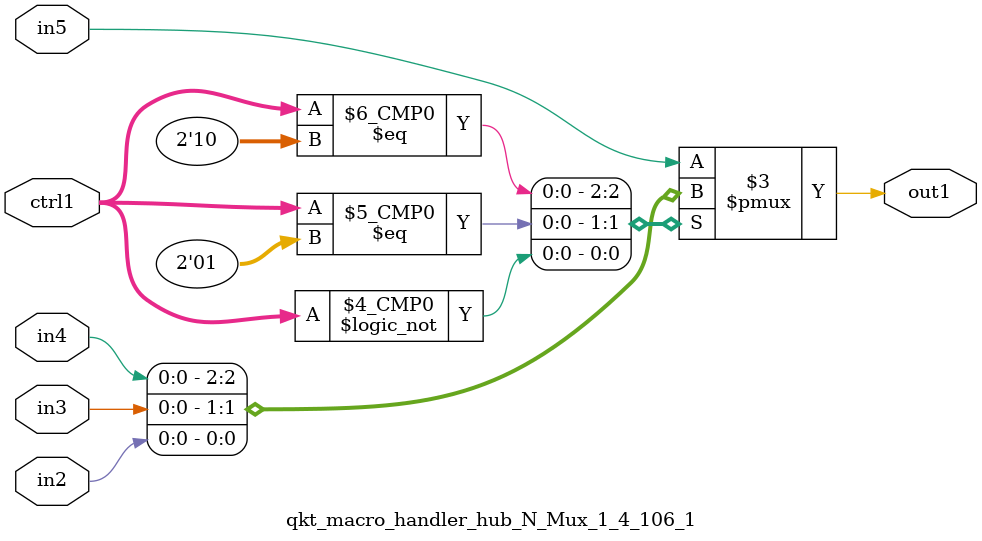
<source format=v>

`timescale 1ps / 1ps


module qkt_macro_handler_hub_N_Mux_1_4_106_1( in5, in4, in3, in2, ctrl1, out1 );

    input in5;
    input in4;
    input in3;
    input in2;
    input [1:0] ctrl1;
    output out1;
    reg out1;

    
    // rtl_process:qkt_macro_handler_hub_N_Mux_1_4_106_1/qkt_macro_handler_hub_N_Mux_1_4_106_1_thread_1
    always @*
      begin : qkt_macro_handler_hub_N_Mux_1_4_106_1_thread_1
        case (ctrl1) 
          2'd2: 
            begin
              out1 = in4;
            end
          2'd1: 
            begin
              out1 = in3;
            end
          2'd0: 
            begin
              out1 = in2;
            end
          default: 
            begin
              out1 = in5;
            end
        endcase
      end

endmodule


</source>
